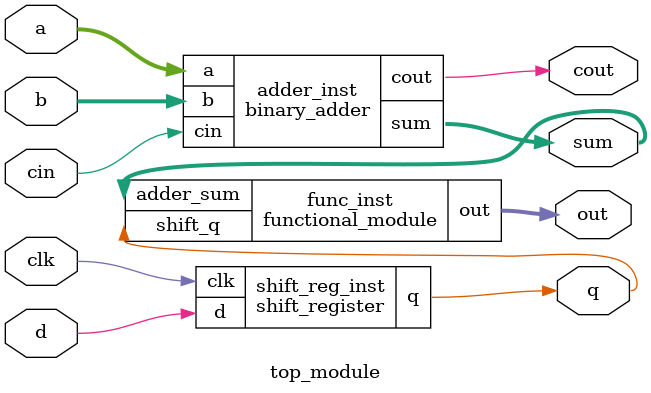
<source format=v>
module binary_adder (
    input [99:0] a, b,     // Inputs to the binary adder
    input cin,             // Carry-in for the binary adder
    output cout,           // Carry-out from the binary adder
    output [99:0] sum      // Sum output from the binary adder
);

    wire [100:0] adder_out; // Internal wire to hold the adder output

    // Ripple-carry adder architecture
    assign adder_out = {cin, a} + {1'b0, b};
    assign cout = adder_out[100];
    assign sum = adder_out[99:0];

endmodule

module shift_register (
    input clk,             // Clock input for the shift register
    input d,               // Input to the shift register
    output q              // Output from the shift register
);

    reg [2:0] shift_reg;    // Internal register to hold the shift register state

    always @(posedge clk) begin
        shift_reg <= {d, shift_reg[2:1]};
    end

    assign q = shift_reg[0];

endmodule

module functional_module (
    input [99:0] adder_sum, // Input from binary adder
    input shift_q,         // Input from shift register
    output [102:0] out     // Final output
);

    wire [102:0] final_out; // Internal wire to hold the final output

    assign final_out = {adder_sum, shift_q};

    assign out = final_out;

endmodule

module top_module (
    input [99:0] a, b,     // Inputs to the binary adder
    input cin,             // Carry-in for the binary adder
    output cout,           // Carry-out from the binary adder
    output [99:0] sum,     // Sum output from the binary adder
    input clk,             // Clock input for the shift register
    input d,               // Input to the shift register
    output q,              // Output from the shift register
    output [102:0] out     // Final output from the functional module
);

    binary_adder adder_inst (
        .a(a),
        .b(b),
        .cin(cin),
        .cout(cout),
        .sum(sum)
    );

    shift_register shift_reg_inst (
        .clk(clk),
        .d(d),
        .q(q)
    );

    functional_module func_inst (
        .adder_sum(sum),
        .shift_q(q),
        .out(out)
    );

endmodule
</source>
